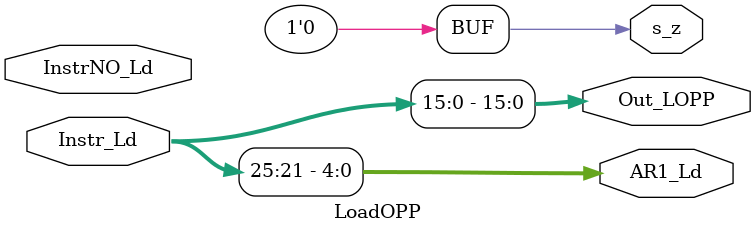
<source format=v>
`timescale 1ns/1ns
module LoadOPP(
input  wire [31:0] Instr_Ld,
input  wire [31:0] InstrNO_Ld,

//--regfile
output reg  [4:0]  AR1_Ld,

//--ALU
output reg  [15:0]  Out_LOPP,
output reg         s_z
);


always@(Instr_Ld,InstrNO_Ld)
begin
      Out_LOPP = Instr_Ld[15:0];
      AR1_Ld   = Instr_Ld[25:21];       
      s_z = 0; 

end



endmodule
</source>
